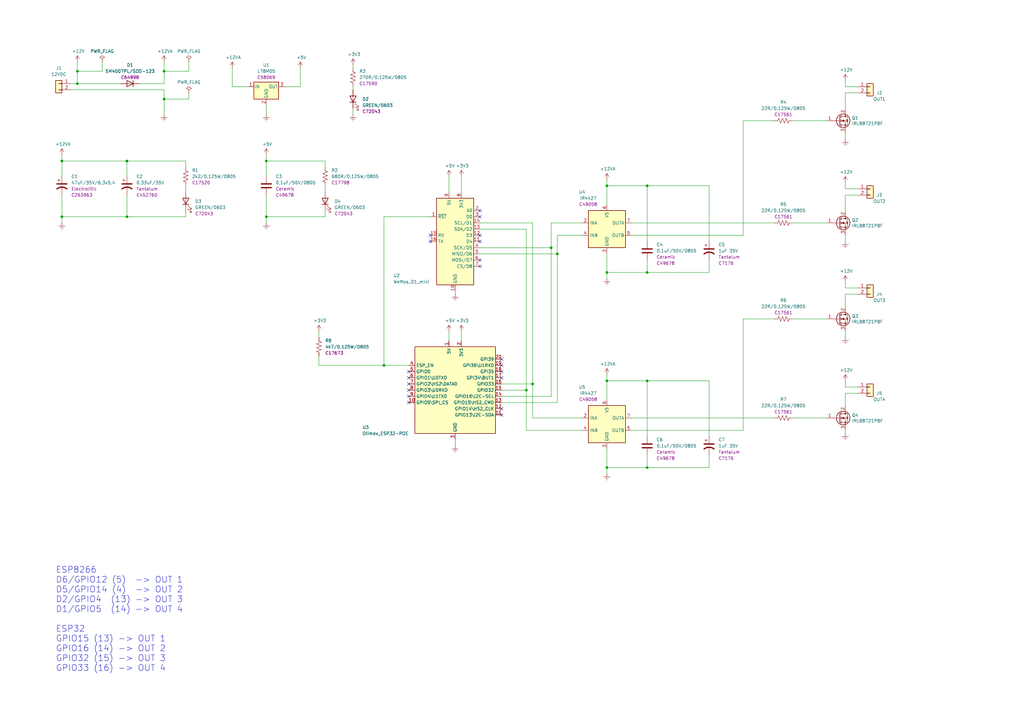
<source format=kicad_sch>
(kicad_sch (version 20230121) (generator eeschema)
  (paper "A3")
  (title_block (title "ESP 4 PWM Module") (date "2022-03-06") (rev "2"))
  (lib_symbols
    (symbol "Connector_Generic:Conn_01x02" (pin_names (offset 1.016) hide)
      (property "Reference" "J" (at 0 2.54 0))
      (property "Value" "Conn_01x02" (at 0 -5.08 0))
      (symbol "Conn_01x02_1_1"
        (rectangle (start -1.27 -2.413) (end 0 -2.667) (stroke (width 0.1524)))
        (rectangle (start -1.27 0.127) (end 0 -0.127) (stroke (width 0.1524)))
        (rectangle (start -1.27 1.27) (end 1.27 -3.81) (stroke (width 0.254)) (fill (type background)))
        (pin passive line (at -5.08 0 0) (length 3.81) (name "Pin_1") (number "1"))
        (pin passive line (at -5.08 -2.54 0) (length 3.81) (name "Pin_2") (number "2"))
      )
    )
    (symbol "Device:C" (pin_numbers hide) (pin_names (offset 0.254))
      (property "Reference" "C" (at 0.635 2.54 0))
      (property "Value" "C" (at 0.635 -2.54 0))
      (symbol "C_0_1"
        (polyline (pts (xy -2.032 -0.762) (xy 2.032 -0.762)) (stroke (width 0.508)))
        (polyline (pts (xy -2.032 0.762) (xy 2.032 0.762)) (stroke (width 0.508)))
      )
      (symbol "C_1_1"
        (pin passive line (at 0 3.81 270) (length 2.794) (name "~") (number "1"))
        (pin passive line (at 0 -3.81 90) (length 2.794) (name "~") (number "2"))
      )
    )
    (symbol "Device:C_Polarized_US" (pin_numbers hide) (pin_names (offset 0.254) hide)
      (property "Reference" "C" (at 0.635 2.54 0))
      (property "Value" "C_Polarized_US" (at 0.635 -2.54 0))
      (symbol "C_Polarized_US_0_1"
        (polyline (pts (xy -2.032 0.762) (xy 2.032 0.762)) (stroke (width 0.508)))
        (polyline (pts (xy -1.778 2.286) (xy -0.762 2.286)))
        (polyline (pts (xy -1.27 1.778) (xy -1.27 2.794)))
        (arc (start 2.032 -1.27) (mid 0 -0.5572) (end -2.032 -1.27) (stroke (width 0.508)))
      )
      (symbol "C_Polarized_US_1_1"
        (pin passive line (at 0 3.81 270) (length 2.794) (name "~") (number "1"))
        (pin passive line (at 0 -3.81 90) (length 3.302) (name "~") (number "2"))
      )
    )
    (symbol "Device:D" (pin_numbers hide) (pin_names (offset 1.016) hide)
      (property "Reference" "D" (at 0 2.54 0))
      (property "Value" "D" (at 0 -2.54 0))
      (symbol "D_0_1"
        (polyline (pts (xy -1.27 1.27) (xy -1.27 -1.27)) (stroke (width 0.254)))
        (polyline (pts (xy 1.27 0) (xy -1.27 0)))
        (polyline (pts (xy 1.27 1.27) (xy 1.27 -1.27) (xy -1.27 0) (xy 1.27 1.27)) (stroke (width 0.254)))
      )
      (symbol "D_1_1"
        (pin passive line (at -3.81 0 0) (length 2.54) (name "K") (number "1"))
        (pin passive line (at 3.81 0 180) (length 2.54) (name "A") (number "2"))
      )
    )
    (symbol "Device:LED" (pin_numbers hide) (pin_names (offset 1.016) hide)
      (property "Reference" "D" (at 0 2.54 0))
      (property "Value" "LED" (at 0 -2.54 0))
      (symbol "LED_0_1"
        (polyline (pts (xy -1.27 -1.27) (xy -1.27 1.27)) (stroke (width 0.254)))
        (polyline (pts (xy -1.27 0) (xy 1.27 0)))
        (polyline (pts (xy 1.27 -1.27) (xy 1.27 1.27) (xy -1.27 0) (xy 1.27 -1.27)) (stroke (width 0.254)))
        (polyline (pts (xy -3.048 -0.762) (xy -4.572 -2.286) (xy -3.81 -2.286) (xy -4.572 -2.286) (xy -4.572 -1.524)))
        (polyline (pts (xy -1.778 -0.762) (xy -3.302 -2.286) (xy -2.54 -2.286) (xy -3.302 -2.286) (xy -3.302 -1.524)))
      )
      (symbol "LED_1_1"
        (pin passive line (at -3.81 0 0) (length 2.54) (name "K") (number "1"))
        (pin passive line (at 3.81 0 180) (length 2.54) (name "A") (number "2"))
      )
    )
    (symbol "Device:R_US" (pin_numbers hide) (pin_names (offset 0))
      (property "Reference" "R" (at 2.54 0 90))
      (property "Value" "R_US" (at -2.54 0 90))
      (symbol "R_US_0_1"
        (polyline (pts (xy 0 -2.286) (xy 0 -2.54)))
        (polyline (pts (xy 0 2.286) (xy 0 2.54)))
        (polyline (pts (xy 0 -0.762) (xy 1.016 -1.143) (xy 0 -1.524) (xy -1.016 -1.905) (xy 0 -2.286)))
        (polyline (pts (xy 0 0.762) (xy 1.016 0.381) (xy 0 0) (xy -1.016 -0.381) (xy 0 -0.762)))
        (polyline (pts (xy 0 2.286) (xy 1.016 1.905) (xy 0 1.524) (xy -1.016 1.143) (xy 0 0.762)))
      )
      (symbol "R_US_1_1"
        (pin passive line (at 0 3.81 270) (length 1.27) (name "~") (number "1"))
        (pin passive line (at 0 -3.81 90) (length 1.27) (name "~") (number "2"))
      )
    )
    (symbol "MCU_Module:WeMos_D1_mini"
      (property "Reference" "U" (at 3.81 19.05 0))
      (property "Value" "WeMos_D1_mini" (at 1.27 -19.05 0))
      (symbol "WeMos_D1_mini_1_1"
        (rectangle (start -7.62 17.78) (end 7.62 -17.78) (stroke (width 0.254)) (fill (type background)))
        (pin input line (at -10.16 10.16 0) (length 2.54) (name "~{RST}") (number "1"))
        (pin power_in line (at 0 -20.32 90) (length 2.54) (name "GND") (number "10"))
        (pin bidirectional line (at 10.16 0 180) (length 2.54) (name "D4") (number "11"))
        (pin bidirectional line (at 10.16 2.54 180) (length 2.54) (name "D3") (number "12"))
        (pin bidirectional line (at 10.16 5.08 180) (length 2.54) (name "SDA/D2") (number "13"))
        (pin bidirectional line (at 10.16 7.62 180) (length 2.54) (name "SCL/D1") (number "14"))
        (pin input line (at -10.16 2.54 0) (length 2.54) (name "RX") (number "15"))
        (pin output line (at -10.16 0 0) (length 2.54) (name "TX") (number "16"))
        (pin input line (at 10.16 12.7 180) (length 2.54) (name "A0") (number "2"))
        (pin bidirectional line (at 10.16 10.16 180) (length 2.54) (name "D0") (number "3"))
        (pin bidirectional line (at 10.16 -2.54 180) (length 2.54) (name "SCK/D5") (number "4"))
        (pin bidirectional line (at 10.16 -5.08 180) (length 2.54) (name "MISO/D6") (number "5"))
        (pin bidirectional line (at 10.16 -7.62 180) (length 2.54) (name "MOSI/D7") (number "6"))
        (pin bidirectional line (at 10.16 -10.16 180) (length 2.54) (name "CS/D8") (number "7"))
        (pin power_out line (at 2.54 20.32 270) (length 2.54) (name "3V3") (number "8"))
        (pin power_in line (at -2.54 20.32 270) (length 2.54) (name "5V") (number "9"))
      )
    )
    (symbol "Regulator_Linear:L7805" (pin_names (offset 0.254))
      (property "Reference" "U" (at -3.81 3.175 0))
      (property "Value" "L7805" (at 0 3.175 0))
      (symbol "L7805_0_1"
        (rectangle (start -5.08 1.905) (end 5.08 -5.08) (stroke (width 0.254)) (fill (type background)))
      )
      (symbol "L7805_1_1"
        (pin power_in line (at -7.62 0 0) (length 2.54) (name "IN") (number "1"))
        (pin power_in line (at 0 -7.62 90) (length 2.54) (name "GND") (number "2"))
        (pin power_out line (at 7.62 0 180) (length 2.54) (name "OUT") (number "3"))
      )
    )
    (symbol "Tales:IR4427"
      (property "Reference" "U" (at -7.62 8.89 0))
      (property "Value" "IR4427" (at 1.27 8.89 0))
      (symbol "IR4427_0_1"
        (rectangle (start -7.62 -7.62) (end 7.62 7.62) (stroke (width 0.254)) (fill (type background)))
      )
      (symbol "IR4427_1_1"
        (pin no_connect line (at -7.62 0 0) (length 2.54) hide (name "NC") (number "1"))
        (pin input line (at -10.16 2.54 0) (length 2.54) (name "INA") (number "2"))
        (pin power_in line (at 0 -10.16 90) (length 2.54) (name "GND") (number "3"))
        (pin input line (at -10.16 -2.54 0) (length 2.54) (name "INB") (number "4"))
        (pin output line (at 10.16 -2.54 180) (length 2.54) (name "OUTB") (number "5"))
        (pin power_in line (at 0 10.16 270) (length 2.54) (name "VS") (number "6"))
        (pin output line (at 10.16 2.54 180) (length 2.54) (name "OUTA") (number "7"))
        (pin no_connect line (at 7.62 0 180) (length 2.54) hide (name "NC") (number "8"))
      )
    )
    (symbol "Tales:Olimex_ESP32-POE"
      (property "Reference" "U" (at 5.08 19.05 0))
      (property "Value" "Olimex_ESP32-POE" (at 5.08 -19.05 0))
      (symbol "Olimex_ESP32-POE_1_1"
        (rectangle (start -16.51 17.78) (end 16.51 -17.78) (stroke (width 0.254)) (fill (type background)))
        (pin power_in line (at -2.54 20.32 270) (length 2.54) (name "5V") (number "1"))
        (pin bidirectional line (at -19.05 -5.08 0) (length 2.54) (name "GPIO5\\SPI_CS") (number "10"))
        (pin bidirectional line (at 19.05 -10.16 180) (length 2.54) (name "GPIO13\\I2C-SDA") (number "11"))
        (pin bidirectional line (at 19.05 -7.62 180) (length 2.54) (name "GPIO14\\HS2_CLK") (number "12"))
        (pin bidirectional line (at 19.05 -5.08 180) (length 2.54) (name "GPIO15\\HS2_CMD") (number "13"))
        (pin bidirectional line (at 19.05 -2.54 180) (length 2.54) (name "GPIO16\\I2C-SCL") (number "14"))
        (pin bidirectional line (at 19.05 0 180) (length 2.54) (name "GPIO32") (number "15"))
        (pin bidirectional line (at 19.05 2.54 180) (length 2.54) (name "GPIO33") (number "16"))
        (pin input line (at 19.05 5.08 180) (length 2.54) (name "GPI34\\BUT1") (number "17"))
        (pin input line (at 19.05 7.62 180) (length 2.54) (name "GPI35") (number "18"))
        (pin input line (at 19.05 10.16 180) (length 2.54) (name "GPI36\\U1RXD") (number "19"))
        (pin power_out line (at 2.54 20.32 270) (length 2.54) (name "3V3") (number "2"))
        (pin input line (at 19.05 12.7 180) (length 2.54) (name "GPI39") (number "20"))
        (pin power_in line (at 0 -20.32 90) (length 2.54) (name "GND") (number "3"))
        (pin input line (at -19.05 10.16 0) (length 2.54) (name "ESP_EN") (number "4"))
        (pin bidirectional line (at -19.05 7.62 0) (length 2.54) (name "GPIO0") (number "5"))
        (pin bidirectional line (at -19.05 5.08 0) (length 2.54) (name "GPIO1\\U0TXD") (number "6"))
        (pin bidirectional line (at -19.05 2.54 0) (length 2.54) (name "GPIO2\\HS2\\DATA0") (number "7"))
        (pin bidirectional line (at -19.05 0 0) (length 2.54) (name "GPIO3\\U0RXD") (number "8"))
        (pin bidirectional line (at -19.05 -2.54 0) (length 2.54) (name "GPIO4\\U1TXD") (number "9"))
      )
    )
    (symbol "Transistor_FET:IRLB8721PBF" (pin_names hide)
      (property "Reference" "Q" (at 6.35 1.905 0))
      (property "Value" "IRLB8721PBF" (at 6.35 0 0))
      (symbol "IRLB8721PBF_0_1"
        (polyline (pts (xy 0.254 0) (xy -2.54 0)))
        (polyline (pts (xy 0.254 1.905) (xy 0.254 -1.905)) (stroke (width 0.254)))
        (polyline (pts (xy 0.762 -1.27) (xy 0.762 -2.286)) (stroke (width 0.254)))
        (polyline (pts (xy 0.762 0.508) (xy 0.762 -0.508)) (stroke (width 0.254)))
        (polyline (pts (xy 0.762 2.286) (xy 0.762 1.27)) (stroke (width 0.254)))
        (polyline (pts (xy 2.54 2.54) (xy 2.54 1.778)))
        (polyline (pts (xy 2.54 -2.54) (xy 2.54 0) (xy 0.762 0)))
        (polyline (pts (xy 0.762 -1.778) (xy 3.302 -1.778) (xy 3.302 1.778) (xy 0.762 1.778)))
        (polyline (pts (xy 1.016 0) (xy 2.032 0.381) (xy 2.032 -0.381) (xy 1.016 0)) (fill (type outline)))
        (polyline (pts (xy 2.794 0.508) (xy 2.921 0.381) (xy 3.683 0.381) (xy 3.81 0.254)))
        (polyline (pts (xy 3.302 0.381) (xy 2.921 -0.254) (xy 3.683 -0.254) (xy 3.302 0.381)))
        (circle (center 1.651 0) (radius 2.794) (stroke (width 0.254)))
        (circle (center 2.54 -1.778) (radius 0.254) (fill (type outline)))
        (circle (center 2.54 1.778) (radius 0.254) (fill (type outline)))
      )
      (symbol "IRLB8721PBF_1_1"
        (pin input line (at -5.08 0 0) (length 2.54) (name "G") (number "1"))
        (pin passive line (at 2.54 5.08 270) (length 2.54) (name "D") (number "2"))
        (pin passive line (at 2.54 -5.08 90) (length 2.54) (name "S") (number "3"))
      )
    )
    (symbol "power:+12V" (power) (pin_names (offset 0))
      (property "Value" "+12V" (at 0 3.556 0))
      (symbol "+12V_0_1"
        (polyline (pts (xy -0.762 1.27) (xy 0 2.54)))
        (polyline (pts (xy 0 0) (xy 0 2.54)))
        (polyline (pts (xy 0 2.54) (xy 0.762 1.27)))
      )
      (symbol "+12V_1_1"
        (pin power_in line (at 0 0 90) (length 0) hide (name "+12V") (number "1"))
      )
    )
    (symbol "power:+12VA" (power) (pin_names (offset 0))
      (property "Value" "+12VA" (at 0 3.556 0))
      (symbol "+12VA_0_1"
        (polyline (pts (xy -0.762 1.27) (xy 0 2.54)))
        (polyline (pts (xy 0 0) (xy 0 2.54)))
        (polyline (pts (xy 0 2.54) (xy 0.762 1.27)))
      )
      (symbol "+12VA_1_1"
        (pin power_in line (at 0 0 90) (length 0) hide (name "+12VA") (number "1"))
      )
    )
    (symbol "power:+3.3V" (power) (pin_names (offset 0))
      (property "Value" "+3.3V" (at 0 3.556 0))
      (symbol "+3.3V_0_1"
        (polyline (pts (xy -0.762 1.27) (xy 0 2.54)))
        (polyline (pts (xy 0 0) (xy 0 2.54)))
        (polyline (pts (xy 0 2.54) (xy 0.762 1.27)))
      )
      (symbol "+3.3V_1_1"
        (pin power_in line (at 0 0 90) (length 0) hide (name "+3V3") (number "1"))
      )
    )
    (symbol "power:+5V" (power) (pin_names (offset 0))
      (property "Value" "+5V" (at 0 3.556 0))
      (symbol "+5V_0_1"
        (polyline (pts (xy -0.762 1.27) (xy 0 2.54)))
        (polyline (pts (xy 0 0) (xy 0 2.54)))
        (polyline (pts (xy 0 2.54) (xy 0.762 1.27)))
      )
      (symbol "+5V_1_1"
        (pin power_in line (at 0 0 90) (length 0) hide (name "+5V") (number "1"))
      )
    )
    (symbol "power:GNDREF" (power) (pin_names (offset 0))
      (property "Value" "GNDREF" (at 0 -3.81 0))
      (symbol "GNDREF_0_1"
        (polyline (pts (xy -0.635 -1.905) (xy 0.635 -1.905)))
        (polyline (pts (xy -0.127 -2.54) (xy 0.127 -2.54)))
        (polyline (pts (xy 0 -1.27) (xy 0 0)))
        (polyline (pts (xy 1.27 -1.27) (xy -1.27 -1.27)))
      )
      (symbol "GNDREF_1_1"
        (pin power_in line (at 0 0 270) (length 0) hide (name "GNDREF") (number "1"))
      )
    )
    (symbol "power:PWR_FLAG" (power) (pin_numbers hide) (pin_names (offset 0) hide)
      (property "Value" "PWR_FLAG" (at 0 3.81 0))
      (symbol "PWR_FLAG_0_0"
        (pin power_out line (at 0 0 90) (length 0) (name "pwr") (number "1"))
      )
      (symbol "PWR_FLAG_0_1"
        (polyline (pts (xy 0 0) (xy 0 1.27) (xy -1.016 1.905) (xy 0 2.54) (xy 1.016 1.905) (xy 0 1.27)))
      )
    )
  )
  (junction (at 265.43 156.21))
  (junction (at 31.75 29.21))
  (junction (at 248.92 111.76))
  (junction (at 25.4 66.04))
  (junction (at 248.92 191.77))
  (junction (at 52.07 66.04))
  (junction (at 157.48 149.86))
  (junction (at 215.9 160.02))
  (junction (at 25.4 88.9))
  (junction (at 218.44 157.48))
  (junction (at 109.22 66.04))
  (junction (at 52.07 88.9))
  (junction (at 265.43 111.76))
  (junction (at 67.31 29.21))
  (junction (at 67.31 40.64))
  (junction (at 265.43 76.2))
  (junction (at 228.6 104.14))
  (junction (at 31.75 34.29))
  (junction (at 109.22 88.9))
  (junction (at 226.06 101.6))
  (junction (at 265.43 191.77))
  (junction (at 248.92 156.21))
  (junction (at 248.92 76.2))
  (no_connect (at 205.74 170.18))
  (no_connect (at 167.64 160.02))
  (no_connect (at 205.74 147.32))
  (no_connect (at 196.85 99.06))
  (no_connect (at 167.64 152.4))
  (no_connect (at 176.53 99.06))
  (no_connect (at 205.74 152.4))
  (no_connect (at 196.85 109.22))
  (no_connect (at 196.85 106.68))
  (no_connect (at 196.85 96.52))
  (no_connect (at 205.74 154.94))
  (no_connect (at 205.74 149.86))
  (no_connect (at 167.64 157.48))
  (no_connect (at 196.85 86.36))
  (no_connect (at 176.53 96.52))
  (no_connect (at 167.64 162.56))
  (no_connect (at 196.85 88.9))
  (no_connect (at 167.64 165.1))
  (no_connect (at 167.64 154.94))
  (no_connect (at 205.74 167.64))
  (wire (pts (xy 228.6 104.14) (xy 228.6 96.52)))
  (wire (pts (xy 109.22 43.18) (xy 109.22 46.99)))
  (wire (pts (xy 95.25 27.94) (xy 95.25 35.56)))
  (wire (pts (xy 248.92 73.66) (xy 248.92 76.2)))
  (wire (pts (xy 25.4 66.04) (xy 25.4 72.39)))
  (wire (pts (xy 215.9 176.53) (xy 238.76 176.53)))
  (wire (pts (xy 25.4 63.5) (xy 25.4 66.04)))
  (wire (pts (xy 304.8 130.81) (xy 304.8 176.53)))
  (wire (pts (xy 67.31 36.83) (xy 67.31 40.64)))
  (wire (pts (xy 346.71 96.52) (xy 346.71 99.06)))
  (wire (pts (xy 144.78 44.45) (xy 144.78 46.99)))
  (wire (pts (xy 25.4 88.9) (xy 25.4 80.01)))
  (wire (pts (xy 248.92 76.2) (xy 248.92 83.82)))
  (wire (pts (xy 265.43 111.76) (xy 248.92 111.76)))
  (wire (pts (xy 52.07 88.9) (xy 25.4 88.9)))
  (wire (pts (xy 351.79 120.65) (xy 346.71 120.65)))
  (wire (pts (xy 176.53 88.9) (xy 157.48 88.9)))
  (wire (pts (xy 218.44 157.48) (xy 218.44 171.45)))
  (wire (pts (xy 290.83 179.07) (xy 290.83 156.21)))
  (wire (pts (xy 186.69 182.88) (xy 186.69 180.34)))
  (wire (pts (xy 259.08 171.45) (xy 317.5 171.45)))
  (wire (pts (xy 123.19 27.94) (xy 123.19 35.56)))
  (wire (pts (xy 205.74 160.02) (xy 215.9 160.02)))
  (wire (pts (xy 76.2 66.04) (xy 52.07 66.04)))
  (wire (pts (xy 130.81 146.05) (xy 130.81 149.86)))
  (wire (pts (xy 116.84 35.56) (xy 123.19 35.56)))
  (wire (pts (xy 76.2 88.9) (xy 52.07 88.9)))
  (wire (pts (xy 218.44 91.44) (xy 218.44 157.48)))
  (wire (pts (xy 41.91 29.21) (xy 41.91 25.4)))
  (wire (pts (xy 290.83 76.2) (xy 265.43 76.2)))
  (wire (pts (xy 205.74 162.56) (xy 226.06 162.56)))
  (wire (pts (xy 189.23 135.89) (xy 189.23 139.7)))
  (wire (pts (xy 133.35 86.36) (xy 133.35 88.9)))
  (wire (pts (xy 325.12 171.45) (xy 339.09 171.45)))
  (wire (pts (xy 248.92 194.31) (xy 248.92 191.77)))
  (wire (pts (xy 290.83 156.21) (xy 265.43 156.21)))
  (wire (pts (xy 218.44 171.45) (xy 238.76 171.45)))
  (wire (pts (xy 77.47 25.4) (xy 77.47 29.21)))
  (wire (pts (xy 109.22 63.5) (xy 109.22 66.04)))
  (wire (pts (xy 351.79 158.75) (xy 346.71 158.75)))
  (wire (pts (xy 144.78 26.67) (xy 144.78 27.94)))
  (wire (pts (xy 157.48 149.86) (xy 167.64 149.86)))
  (wire (pts (xy 133.35 68.58) (xy 133.35 66.04)))
  (wire (pts (xy 265.43 156.21) (xy 248.92 156.21)))
  (wire (pts (xy 31.75 34.29) (xy 49.53 34.29)))
  (wire (pts (xy 248.92 156.21) (xy 248.92 153.67)))
  (wire (pts (xy 76.2 86.36) (xy 76.2 88.9)))
  (wire (pts (xy 265.43 186.69) (xy 265.43 191.77)))
  (wire (pts (xy 346.71 158.75) (xy 346.71 156.21)))
  (wire (pts (xy 228.6 165.1) (xy 228.6 104.14)))
  (wire (pts (xy 31.75 29.21) (xy 31.75 34.29)))
  (wire (pts (xy 196.85 93.98) (xy 215.9 93.98)))
  (wire (pts (xy 265.43 179.07) (xy 265.43 156.21)))
  (wire (pts (xy 76.2 68.58) (xy 76.2 66.04)))
  (wire (pts (xy 215.9 93.98) (xy 215.9 160.02)))
  (wire (pts (xy 184.15 135.89) (xy 184.15 139.7)))
  (wire (pts (xy 346.71 38.1) (xy 346.71 44.45)))
  (wire (pts (xy 346.71 80.01) (xy 346.71 86.36)))
  (wire (pts (xy 130.81 135.89) (xy 130.81 138.43)))
  (wire (pts (xy 248.92 111.76) (xy 248.92 104.14)))
  (wire (pts (xy 133.35 88.9) (xy 109.22 88.9)))
  (wire (pts (xy 317.5 130.81) (xy 304.8 130.81)))
  (wire (pts (xy 157.48 88.9) (xy 157.48 149.86)))
  (wire (pts (xy 67.31 34.29) (xy 67.31 29.21)))
  (wire (pts (xy 351.79 80.01) (xy 346.71 80.01)))
  (wire (pts (xy 184.15 72.39) (xy 184.15 78.74)))
  (wire (pts (xy 351.79 161.29) (xy 346.71 161.29)))
  (wire (pts (xy 317.5 91.44) (xy 259.08 91.44)))
  (wire (pts (xy 304.8 176.53) (xy 259.08 176.53)))
  (wire (pts (xy 196.85 101.6) (xy 226.06 101.6)))
  (wire (pts (xy 196.85 91.44) (xy 218.44 91.44)))
  (wire (pts (xy 346.71 77.47) (xy 346.71 74.93)))
  (wire (pts (xy 130.81 149.86) (xy 157.48 149.86)))
  (wire (pts (xy 29.21 34.29) (xy 31.75 34.29)))
  (wire (pts (xy 205.74 157.48) (xy 218.44 157.48)))
  (wire (pts (xy 290.83 186.69) (xy 290.83 191.77)))
  (wire (pts (xy 109.22 80.01) (xy 109.22 88.9)))
  (wire (pts (xy 290.83 106.68) (xy 290.83 111.76)))
  (wire (pts (xy 346.71 35.56) (xy 346.71 33.02)))
  (wire (pts (xy 109.22 91.44) (xy 109.22 88.9)))
  (wire (pts (xy 29.21 36.83) (xy 67.31 36.83)))
  (wire (pts (xy 31.75 29.21) (xy 41.91 29.21)))
  (wire (pts (xy 290.83 99.06) (xy 290.83 76.2)))
  (wire (pts (xy 265.43 191.77) (xy 248.92 191.77)))
  (wire (pts (xy 226.06 91.44) (xy 238.76 91.44)))
  (wire (pts (xy 109.22 72.39) (xy 109.22 66.04)))
  (wire (pts (xy 52.07 72.39) (xy 52.07 66.04)))
  (wire (pts (xy 226.06 162.56) (xy 226.06 101.6)))
  (wire (pts (xy 351.79 38.1) (xy 346.71 38.1)))
  (wire (pts (xy 351.79 77.47) (xy 346.71 77.47)))
  (wire (pts (xy 290.83 191.77) (xy 265.43 191.77)))
  (wire (pts (xy 77.47 38.1) (xy 77.47 40.64)))
  (wire (pts (xy 31.75 25.4) (xy 31.75 29.21)))
  (wire (pts (xy 144.78 36.83) (xy 144.78 35.56)))
  (wire (pts (xy 325.12 49.53) (xy 339.09 49.53)))
  (wire (pts (xy 265.43 76.2) (xy 248.92 76.2)))
  (wire (pts (xy 95.25 35.56) (xy 101.6 35.56)))
  (wire (pts (xy 325.12 91.44) (xy 339.09 91.44)))
  (wire (pts (xy 228.6 96.52) (xy 238.76 96.52)))
  (wire (pts (xy 77.47 29.21) (xy 67.31 29.21)))
  (wire (pts (xy 265.43 99.06) (xy 265.43 76.2)))
  (wire (pts (xy 76.2 78.74) (xy 76.2 76.2)))
  (wire (pts (xy 52.07 66.04) (xy 25.4 66.04)))
  (wire (pts (xy 67.31 29.21) (xy 67.31 25.4)))
  (wire (pts (xy 265.43 106.68) (xy 265.43 111.76)))
  (wire (pts (xy 304.8 96.52) (xy 259.08 96.52)))
  (wire (pts (xy 325.12 130.81) (xy 339.09 130.81)))
  (wire (pts (xy 57.15 34.29) (xy 67.31 34.29)))
  (wire (pts (xy 346.71 54.61) (xy 346.71 57.15)))
  (wire (pts (xy 196.85 104.14) (xy 228.6 104.14)))
  (wire (pts (xy 226.06 101.6) (xy 226.06 91.44)))
  (wire (pts (xy 346.71 135.89) (xy 346.71 138.43)))
  (wire (pts (xy 67.31 40.64) (xy 67.31 46.99)))
  (wire (pts (xy 248.92 191.77) (xy 248.92 184.15)))
  (wire (pts (xy 215.9 160.02) (xy 215.9 176.53)))
  (wire (pts (xy 248.92 163.83) (xy 248.92 156.21)))
  (wire (pts (xy 189.23 72.39) (xy 189.23 78.74)))
  (wire (pts (xy 346.71 176.53) (xy 346.71 177.8)))
  (wire (pts (xy 186.69 119.38) (xy 186.69 120.65)))
  (wire (pts (xy 133.35 78.74) (xy 133.35 76.2)))
  (wire (pts (xy 351.79 118.11) (xy 346.71 118.11)))
  (wire (pts (xy 346.71 118.11) (xy 346.71 115.57)))
  (wire (pts (xy 52.07 80.01) (xy 52.07 88.9)))
  (wire (pts (xy 304.8 49.53) (xy 304.8 96.52)))
  (wire (pts (xy 133.35 66.04) (xy 109.22 66.04)))
  (wire (pts (xy 351.79 35.56) (xy 346.71 35.56)))
  (wire (pts (xy 290.83 111.76) (xy 265.43 111.76)))
  (wire (pts (xy 25.4 91.44) (xy 25.4 88.9)))
  (wire (pts (xy 304.8 49.53) (xy 317.5 49.53)))
  (wire (pts (xy 346.71 120.65) (xy 346.71 125.73)))
  (wire (pts (xy 248.92 114.3) (xy 248.92 111.76)))
  (wire (pts (xy 77.47 40.64) (xy 67.31 40.64)))
  (wire (pts (xy 346.71 161.29) (xy 346.71 166.37)))
  (wire (pts (xy 205.74 165.1) (xy 228.6 165.1)))
  (text "ESP8266\nD6/GPIO12 (5)  -> OUT 1\nD5/GPIO14 (4)  -> OUT 2\nD2/GPIO4  (13) -> OUT 3\nD1/GPIO5  (14) -> OUT 4\n\nESP32\nGPIO15 (13) -> OUT 1\nGPIO16 (14) -> OUT 2\nGPIO32 (15) -> OUT 3\nGPIO33 (16) -> OUT 4" (at 22.86 275.59 0) (effects (font (size 2.5 2.5)) (justify left bottom)))
  (symbol (lib_id "Device:R_US") (at 76.2 72.39 0) (unit 1)
    (property "Reference" "R1" (at 78.74 69.85 0) (effects (justify left)))
    (property "Value" "2k2/0,125W/0805" (at 78.74 72.39 0) (effects (justify left)))
    (property "Footprint" "Tales:R_0805_2012Metric" (effects hide))
    (property "Case" "0805/2012" (effects hide))
    (property "Mfr" "Uniroyal" (effects hide))
    (property "Mfr PN" "0805W8F2201T5E" (effects hide))
    (property "Vendor" "JLCPCB" (effects hide))
    (property "Vendor PN" "C17520" (effects hide))
    (property "JLCPCB BOM" "1" (effects hide))
    (property "LCSC Part" "C17520" (at 78.74 74.93 0) (effects (justify left)))
  )
  (symbol (lib_id "Device:D") (at 53.34 34.29 180) (unit 1)
    (property "Reference" "D1" (at 53.34 26.67 0))
    (property "Value" "SM4007PL/SOD-123" (at 53.34 29.21 0))
    (property "Footprint" "Tales:D_SOD-123" (effects hide))
    (property "Case" "SOD-123FL" (effects hide))
    (property "Mfr" "MDD" (effects hide))
    (property "Mfr PN" "SM4007PL" (effects hide))
    (property "Vendor" "JLCPCB" (effects hide))
    (property "Vendor PN" "C64898" (effects hide))
    (property "JLCPCB BOM" "1" (effects hide))
    (property "LCSC Part" "C64898" (at 53.34 31.75 0))
  )
  (symbol (lib_id "Regulator_Linear:L7805") (at 109.22 35.56 0) (unit 1)
    (property "Reference" "U1" (at 109.22 26.67 0))
    (property "Value" "L78M05" (at 109.22 29.21 0))
    (property "Footprint" "Tales:TO-252-2" (effects hide))
    (property "Datasheet" "http://www.st.com/content/ccc/resource/technical/document/datasheet/41/4f/b3/b0/12/d4/47/88/CD00000444.pdf/files/CD00000444.pdf/jcr:content/translations/en.CD00000444.pdf" (effects hide))
    (property "Case" "TO-252" (effects hide))
    (property "Mfr" "ST Microelectronics" (effects hide))
    (property "Mfr PN" "L78M05ABDT-TR" (effects hide))
    (property "Vendor" "JLCPCB" (effects hide))
    (property "Vendor PN" "C58069" (effects hide))
    (property "JLCPCB BOM" "1" (effects hide))
    (property "LCSC Part" "C58069" (at 109.22 31.75 0))
  )
  (symbol (lib_id "power:PWR_FLAG") (at 77.47 25.4 0) (unit 1)
    (property "Reference" "#FLG0101" (effects hide))
    (property "Value" "PWR_FLAG" (at 77.47 21.0058 0))
  )
  (symbol (lib_id "power:GNDREF") (at 186.69 120.65 0) (unit 1)
    (property "Reference" "#PWR0105" (effects hide))
    (property "Value" "GNDREF" (effects hide))
  )
  (symbol (lib_id "Device:LED") (at 76.2 82.55 90) (unit 1)
    (property "Reference" "D3" (at 80.01 82.55 90) (effects (justify right)))
    (property "Value" "GREEN/0603" (at 80.01 85.09 90) (effects (justify right)))
    (property "Footprint" "Tales:LED_0603_1608Metric" (effects hide))
    (property "Case" "0603" (effects hide))
    (property "Mfr" "Everlight" (effects hide))
    (property "Mfr PN" "19-217/GHC-YR1S2/3T" (effects hide))
    (property "Vendor" "JLCPCB" (effects hide))
    (property "Vendor PN" "C72043" (effects hide))
    (property "JLCPCB BOM" "1" (effects hide))
    (property "LCSC Part" "C72043" (at 80.01 87.63 90) (effects (justify right)))
  )
  (symbol (lib_id "Connector_Generic:Conn_01x02") (at 356.87 35.56 0) (unit 1)
    (property "Reference" "J2" (at 360.68 38.1 0))
    (property "Value" "OUT1" (at 360.68 40.64 0))
    (property "Footprint" "Tales:TerminalBlock_Phoenix_MKDS-3-2-5.08_1x02_P5.08mm_Horizontal" (effects hide))
    (property "Mfr" "Metaltex" (effects hide))
    (property "Vendor" "Eletropecas" (effects hide))
    (property "Mfr PN" "BR902V" (effects hide))
    (property "Vendor PN" "29273" (effects hide))
    (property "JLCPCB BOM" "0" (effects hide))
  )
  (symbol (lib_id "Device:R_US") (at 133.35 72.39 0) (unit 1)
    (property "Reference" "R2" (at 135.89 69.85 0) (effects (justify left)))
    (property "Value" "680R/0,125W/0805" (at 135.89 72.39 0) (effects (justify left)))
    (property "Footprint" "Tales:R_0805_2012Metric" (effects hide))
    (property "Case" "0805/2012" (effects hide))
    (property "Mfr" "Uniroyal" (effects hide))
    (property "Mfr PN" "0805W8F6800T5E" (effects hide))
    (property "Vendor" "JLCPCB" (effects hide))
    (property "Vendor PN" "C17798" (effects hide))
    (property "JLCPCB BOM" "1" (effects hide))
    (property "LCSC Part" "C17798" (at 135.89 74.93 0) (effects (justify left)))
  )
  (symbol (lib_id "power:+5V") (at 109.22 63.5 0) (unit 1)
    (property "Reference" "#PWR0123" (effects hide))
    (property "Value" "+5V" (at 109.601 59.1058 0))
  )
  (symbol (lib_id "power:+3.3V") (at 144.78 26.67 0) (unit 1)
    (property "Reference" "#PWR0124" (effects hide))
    (property "Value" "+3.3V" (at 145.161 22.2758 0))
  )
  (symbol (lib_id "power:GNDREF") (at 109.22 91.44 0) (unit 1)
    (property "Reference" "#PWR0125" (effects hide))
    (property "Value" "GNDREF" (effects hide))
  )
  (symbol (lib_id "power:GNDREF") (at 144.78 46.99 0) (unit 1)
    (property "Reference" "#PWR0126" (effects hide))
    (property "Value" "GNDREF" (effects hide))
  )
  (symbol (lib_id "power:PWR_FLAG") (at 77.47 38.1 0) (unit 1)
    (property "Reference" "#FLG0102" (effects hide))
    (property "Value" "PWR_FLAG" (at 77.47 33.7058 0))
  )
  (symbol (lib_id "power:+12VA") (at 248.92 73.66 0) (unit 1)
    (property "Reference" "#PWR0101" (effects hide))
    (property "Value" "+12VA" (at 249.301 69.2658 0))
  )
  (symbol (lib_id "power:+12VA") (at 248.92 153.67 0) (unit 1)
    (property "Reference" "#PWR0111" (effects hide))
    (property "Value" "+12VA" (at 249.301 149.2758 0))
  )
  (symbol (lib_id "Tales:Olimex_ESP32-POE") (at 186.69 160.02 0) (unit 1)
    (property "Reference" "U3" (at 148.59 175.26 0) (effects (justify left)))
    (property "Value" "Olimex_ESP32-POE" (at 148.59 177.8 0) (effects (justify left)))
    (property "Footprint" "Tales:Olimex_ESP32-POE_Pads" (effects hide))
    (property "Mfr" "Olimex" (effects hide))
    (property "Mfr PN" "ESP32-POE" (effects hide))
    (property "Vendor" "Mouser" (effects hide))
    (property "Vendor PN" "909-ESP32-POE\r" (effects hide))
    (property "JLCPCB BOM" "0" (effects hide))
  )
  (symbol (lib_id "power:GNDREF") (at 186.69 182.88 0) (unit 1)
    (property "Reference" "#PWR0114" (effects hide))
    (property "Value" "GNDREF" (effects hide))
  )
  (symbol (lib_id "MCU_Module:WeMos_D1_mini") (at 186.69 99.06 0) (unit 1)
    (property "Reference" "U2" (at 161.29 113.03 0) (effects (justify left)))
    (property "Value" "WeMos_D1_mini" (at 161.29 115.57 0) (effects (justify left)))
    (property "Footprint" "Tales:WEMOS_D1_mini_light_pads" (effects hide))
    (property "Datasheet" "https://wiki.wemos.cc/products:d1:d1_mini#documentation" (effects hide))
    (property "Mfr" "Wemos" (effects hide))
    (property "Mfr PN" "D1 Mini Node MCU" (effects hide))
    (property "Vendor" "Filipeflop" (effects hide))
    (property "Vendor PN" "6WL25" (effects hide))
    (property "JLCPCB BOM" "0" (effects hide))
  )
  (symbol (lib_id "power:+3.3V") (at 189.23 135.89 0) (unit 1)
    (property "Reference" "#PWR0115" (effects hide))
    (property "Value" "+3.3V" (at 189.611 131.4958 0))
  )
  (symbol (lib_id "power:+5V") (at 184.15 135.89 0) (unit 1)
    (property "Reference" "#PWR0120" (effects hide))
    (property "Value" "+5V" (at 184.531 131.4958 0))
  )
  (symbol (lib_id "Device:R_US") (at 321.31 49.53 270) (unit 1)
    (property "Reference" "R4" (at 321.31 41.91 90))
    (property "Value" "22R/0,125W/0805" (at 321.31 44.45 90))
    (property "Footprint" "Tales:R_0805_2012Metric" (effects hide))
    (property "Case" "0805/2012" (effects hide))
    (property "Mfr" "Uniroyal" (effects hide))
    (property "Mfr PN" "0805W8F220JT5E" (effects hide))
    (property "Vendor" "JLCPCB" (effects hide))
    (property "Vendor PN" "C17561" (effects hide))
    (property "JLCPCB BOM" "1" (effects hide))
    (property "LCSC Part" "C17561" (at 321.31 46.99 90))
  )
  (symbol (lib_id "Device:R_US") (at 321.31 91.44 270) (unit 1)
    (property "Reference" "R5" (at 321.31 83.82 90))
    (property "Value" "22R/0,125W/0805" (at 321.31 86.36 90))
    (property "Footprint" "Tales:R_0805_2012Metric" (effects hide))
    (property "Case" "0805/2012" (effects hide))
    (property "Mfr" "Uniroyal" (effects hide))
    (property "Mfr PN" "0805W8F220JT5E" (effects hide))
    (property "Vendor" "JLCPCB" (effects hide))
    (property "Vendor PN" "C17561" (effects hide))
    (property "JLCPCB BOM" "1" (effects hide))
    (property "LCSC Part" "C17561" (at 321.31 88.9 90))
  )
  (symbol (lib_id "Device:R_US") (at 321.31 130.81 270) (unit 1)
    (property "Reference" "R6" (at 321.31 123.19 90))
    (property "Value" "22R/0,125W/0805" (at 321.31 125.73 90))
    (property "Footprint" "Tales:R_0805_2012Metric" (effects hide))
    (property "Case" "0805/2012" (effects hide))
    (property "Mfr" "Uniroyal" (effects hide))
    (property "Mfr PN" "0805W8F220JT5E" (effects hide))
    (property "Vendor" "JLCPCB" (effects hide))
    (property "Vendor PN" "C17561" (effects hide))
    (property "JLCPCB BOM" "1" (effects hide))
    (property "LCSC Part" "C17561" (at 321.31 128.27 90))
  )
  (symbol (lib_id "Device:R_US") (at 321.31 171.45 270) (unit 1)
    (property "Reference" "R7" (at 321.31 163.83 90))
    (property "Value" "22R/0,125W/0805" (at 321.31 166.37 90))
    (property "Footprint" "Tales:R_0805_2012Metric" (effects hide))
    (property "Case" "0805/2012" (effects hide))
    (property "Mfr" "Uniroyal" (effects hide))
    (property "Mfr PN" "0805W8F220JT5E" (effects hide))
    (property "Vendor" "JLCPCB" (effects hide))
    (property "Vendor PN" "C17561" (effects hide))
    (property "JLCPCB BOM" "1" (effects hide))
    (property "LCSC Part" "C17561" (at 321.31 168.91 90))
  )
  (symbol (lib_id "Device:C_Polarized_US") (at 290.83 102.87 0) (unit 1)
    (property "Reference" "C5" (at 294.64 100.33 0) (effects (justify left)))
    (property "Value" "1uF 35V" (at 294.64 102.87 0) (effects (justify left)))
    (property "Footprint" "Tales:CP_EIA-3216-18_Kemet-A_Pad1.58x1.35mm_HandSolder" (effects hide))
    (property "Case" "1206/3216" (effects hide))
    (property "Mfr" "AVX" (effects hide))
    (property "Vendor" "JLCPCB" (effects hide))
    (property "Mfr PN" "TAJA105K035RNJ" (effects hide))
    (property "Vendor PN" "C7176" (effects hide))
    (property "Technology" "Tantalum" (at 294.64 105.41 0) (effects (justify left)))
    (property "JLCPCB BOM" "1" (effects hide))
    (property "LCSC Part" "C7176" (at 294.64 107.95 0) (effects (justify left)))
  )
  (symbol (lib_id "Device:C_Polarized_US") (at 290.83 182.88 0) (unit 1)
    (property "Reference" "C7" (at 294.64 180.34 0) (effects (justify left)))
    (property "Value" "1uF 35V" (at 294.64 182.88 0) (effects (justify left)))
    (property "Footprint" "Tales:CP_EIA-3216-18_Kemet-A_Pad1.58x1.35mm_HandSolder" (effects hide))
    (property "Case" "1206/3216" (effects hide))
    (property "Mfr" "AVX" (effects hide))
    (property "Vendor" "JLCPCB" (effects hide))
    (property "Mfr PN" "TAJA105K035RNJ" (effects hide))
    (property "Vendor PN" "C7176" (effects hide))
    (property "Technology" "Tantalum" (at 294.64 185.42 0) (effects (justify left)))
    (property "JLCPCB BOM" "1" (effects hide))
    (property "LCSC Part" "C7176" (at 294.64 187.96 0) (effects (justify left)))
  )
  (symbol (lib_id "Tales:IR4427") (at 248.92 93.98 0) (unit 1)
    (property "Reference" "U4" (at 238.76 78.74 0))
    (property "Value" "IR4427" (at 241.3 81.28 0))
    (property "Footprint" "Tales:SOIC-8_3.9x4.9mm_P1.27mm" (effects hide))
    (property "Case" "SOIC-8" (effects hide))
    (property "Mfr" "International Rectifier" (effects hide))
    (property "Mfr PN" "IR4427STRPBF\r" (effects hide))
    (property "Vendor" "JLCPCB" (effects hide))
    (property "Vendor PN" "C49058" (effects hide))
    (property "JLCPCB BOM" "1" (effects hide))
    (property "LCSC Part" "C49058" (at 237.49 83.82 0) (effects (justify left)))
  )
  (symbol (lib_id "Tales:IR4427") (at 248.92 173.99 0) (unit 1)
    (property "Reference" "U5" (at 238.76 158.75 0))
    (property "Value" "IR4427" (at 241.3 161.29 0))
    (property "Footprint" "Tales:SOIC-8_3.9x4.9mm_P1.27mm" (effects hide))
    (property "Case" "SOIC-8" (effects hide))
    (property "Mfr" "International Rectifier" (effects hide))
    (property "Mfr PN" "IR4427STRPBF\r" (effects hide))
    (property "Vendor" "JLCPCB" (effects hide))
    (property "Vendor PN" "C49058" (effects hide))
    (property "JLCPCB BOM" "1" (effects hide))
    (property "LCSC Part" "C49058" (at 237.49 163.83 0) (effects (justify left)))
  )
  (symbol (lib_id "power:+12V") (at 31.75 25.4 0) (unit 1)
    (property "Reference" "#PWR0107" (effects hide))
    (property "Value" "+12V" (at 32.131 21.0058 0))
  )
  (symbol (lib_id "power:+3.3V") (at 189.23 72.39 0) (unit 1)
    (property "Reference" "#PWR0109" (effects hide))
    (property "Value" "+3.3V" (at 189.611 67.9958 0))
  )
  (symbol (lib_id "power:+5V") (at 184.15 72.39 0) (unit 1)
    (property "Reference" "#PWR0110" (effects hide))
    (property "Value" "+5V" (at 184.531 67.9958 0))
  )
  (symbol (lib_id "Device:C_Polarized_US") (at 52.07 76.2 0) (unit 1)
    (property "Reference" "C2" (at 55.88 72.39 0) (effects (justify left)))
    (property "Value" "0,33uF/35V" (at 55.88 74.93 0) (effects (justify left)))
    (property "Footprint" "Tales:CP_EIA-3216-18_Kemet-A_Pad1.58x1.35mm_HandSolder" (effects hide))
    (property "Case" "1206/3216" (effects hide))
    (property "Mfr" "Kemet" (effects hide))
    (property "Mfr PN" "T491A334M035AT" (effects hide))
    (property "Technology" "Tantalum" (at 55.88 77.47 0) (effects (justify left)))
    (property "Vendor" "JLCPCB" (effects hide))
    (property "Vendor PN" "C452760" (effects hide))
    (property "JLCPCB BOM" "1" (effects hide))
    (property "LCSC Part" "C452760" (at 55.88 80.01 0) (effects (justify left)))
  )
  (symbol (lib_id "power:GNDREF") (at 248.92 114.3 0) (unit 1)
    (property "Reference" "#PWR0112" (effects hide))
    (property "Value" "GNDREF" (effects hide))
  )
  (symbol (lib_id "power:GNDREF") (at 248.92 194.31 0) (unit 1)
    (property "Reference" "#PWR0113" (effects hide))
    (property "Value" "GNDREF" (effects hide))
  )
  (symbol (lib_id "power:+12V") (at 346.71 74.93 0) (unit 1)
    (property "Reference" "#PWR0116" (effects hide))
    (property "Value" "+12V" (at 347.091 70.5358 0))
  )
  (symbol (lib_id "power:GNDREF") (at 346.71 99.06 0) (unit 1)
    (property "Reference" "#PWR0117" (effects hide))
    (property "Value" "GNDREF" (effects hide))
  )
  (symbol (lib_id "Transistor_FET:IRLB8721PBF") (at 344.17 91.44 0) (unit 1)
    (property "Reference" "Q2" (at 349.3516 90.2716 0) (effects (justify left)))
    (property "Value" "IRLB8721PBF" (at 349.3516 92.583 0) (effects (justify left)))
    (property "Footprint" "Tales:TO-220-3_Vertical" (effects hide))
    (property "Datasheet" "http://www.infineon.com/dgdl/irlb8721pbf.pdf?fileId=5546d462533600a40153566056732591" (effects hide))
    (property "Case" "TO-220-3" (effects hide))
    (property "Mfr" "Infineon" (effects hide))
    (property "Mfr PN" "IRLB8721PBF" (effects hide))
    (property "Vendor" "Mouser" (effects hide))
    (property "Vendor PN" "942-IRLB8721PBF" (effects hide))
    (property "JLCPCB BOM" "0" (effects hide))
  )
  (symbol (lib_id "Connector_Generic:Conn_01x02") (at 356.87 77.47 0) (unit 1)
    (property "Reference" "J3" (at 360.68 80.01 0))
    (property "Value" "OUT2" (at 360.68 82.55 0))
    (property "Footprint" "Tales:TerminalBlock_Phoenix_MKDS-3-2-5.08_1x02_P5.08mm_Horizontal" (effects hide))
    (property "Mfr" "Metaltex" (effects hide))
    (property "Vendor" "Eletropecas\r" (effects hide))
    (property "Mfr PN" "BR902V" (effects hide))
    (property "Vendor PN" "29273" (effects hide))
    (property "JLCPCB BOM" "0" (effects hide))
  )
  (symbol (lib_id "power:+12V") (at 346.71 115.57 0) (unit 1)
    (property "Reference" "#PWR0118" (effects hide))
    (property "Value" "+12V" (at 347.091 111.1758 0))
  )
  (symbol (lib_id "power:GNDREF") (at 346.71 138.43 0) (unit 1)
    (property "Reference" "#PWR0119" (effects hide))
    (property "Value" "GNDREF" (effects hide))
  )
  (symbol (lib_id "Transistor_FET:IRLB8721PBF") (at 344.17 130.81 0) (unit 1)
    (property "Reference" "Q3" (at 349.3516 129.6416 0) (effects (justify left)))
    (property "Value" "IRLB8721PBF" (at 349.3516 131.953 0) (effects (justify left)))
    (property "Footprint" "Tales:TO-220-3_Vertical" (effects hide))
    (property "Datasheet" "http://www.infineon.com/dgdl/irlb8721pbf.pdf?fileId=5546d462533600a40153566056732591" (effects hide))
    (property "Case" "TO-220-3" (effects hide))
    (property "Mfr" "Infineon" (effects hide))
    (property "Mfr PN" "IRLB8721PBF" (effects hide))
    (property "Vendor" "Mouser" (effects hide))
    (property "Vendor PN" "942-IRLB8721PBF" (effects hide))
    (property "JLCPCB BOM" "0" (effects hide))
  )
  (symbol (lib_id "Connector_Generic:Conn_01x02") (at 356.87 118.11 0) (unit 1)
    (property "Reference" "J4" (at 360.68 120.65 0))
    (property "Value" "OUT3" (at 360.68 123.19 0))
    (property "Footprint" "Tales:TerminalBlock_Phoenix_MKDS-3-2-5.08_1x02_P5.08mm_Horizontal" (effects hide))
    (property "Mfr" "Metaltex" (effects hide))
    (property "Vendor" "Eletropecas" (effects hide))
    (property "Mfr PN" "BR902V" (effects hide))
    (property "Vendor PN" "29273" (effects hide))
    (property "JLCPCB BOM" "0" (effects hide))
  )
  (symbol (lib_id "power:+12V") (at 346.71 156.21 0) (unit 1)
    (property "Reference" "#PWR0128" (effects hide))
    (property "Value" "+12V" (at 347.091 151.8158 0))
  )
  (symbol (lib_id "power:GNDREF") (at 346.71 177.8 0) (unit 1)
    (property "Reference" "#PWR0129" (effects hide))
    (property "Value" "GNDREF" (effects hide))
  )
  (symbol (lib_id "Transistor_FET:IRLB8721PBF") (at 344.17 171.45 0) (unit 1)
    (property "Reference" "Q4" (at 349.3516 170.2816 0) (effects (justify left)))
    (property "Value" "IRLB8721PBF" (at 349.3516 172.593 0) (effects (justify left)))
    (property "Footprint" "Tales:TO-220-3_Vertical" (effects hide))
    (property "Datasheet" "http://www.infineon.com/dgdl/irlb8721pbf.pdf?fileId=5546d462533600a40153566056732591" (effects hide))
    (property "Case" "TO-220-3" (effects hide))
    (property "Mfr" "Infineon" (effects hide))
    (property "Mfr PN" "IRLB8721PBF" (effects hide))
    (property "Vendor" "Mouser" (effects hide))
    (property "Vendor PN" "942-IRLB8721PBF" (effects hide))
    (property "JLCPCB BOM" "0" (effects hide))
  )
  (symbol (lib_id "Connector_Generic:Conn_01x02") (at 356.87 158.75 0) (unit 1)
    (property "Reference" "J5" (at 360.68 161.29 0))
    (property "Value" "OUT4" (at 360.68 163.83 0))
    (property "Footprint" "Tales:TerminalBlock_Phoenix_MKDS-3-2-5.08_1x02_P5.08mm_Horizontal" (effects hide))
    (property "Mfr" "Metaltex" (effects hide))
    (property "Vendor" "Eletropecas\r" (effects hide))
    (property "Mfr PN" "BR902V" (effects hide))
    (property "Vendor PN" "29273" (effects hide))
    (property "JLCPCB BOM" "0" (effects hide))
  )
  (symbol (lib_id "power:+12VA") (at 67.31 25.4 0) (unit 1)
    (property "Reference" "#PWR0130" (effects hide))
    (property "Value" "+12VA" (at 67.691 21.0058 0))
  )
  (symbol (lib_id "power:+12VA") (at 95.25 27.94 0) (unit 1)
    (property "Reference" "#PWR0131" (effects hide))
    (property "Value" "+12VA" (at 95.631 23.5458 0))
  )
  (symbol (lib_id "power:+12VA") (at 25.4 63.5 0) (unit 1)
    (property "Reference" "#PWR0132" (effects hide))
    (property "Value" "+12VA" (at 25.781 59.1058 0))
  )
  (symbol (lib_id "power:PWR_FLAG") (at 41.91 25.4 0) (unit 1)
    (property "Reference" "#FLG0104" (effects hide))
    (property "Value" "PWR_FLAG" (at 41.91 21.0058 0))
  )
  (symbol (lib_id "Device:C") (at 265.43 102.87 0) (unit 1)
    (property "Reference" "C4" (at 269.24 100.33 0) (effects (justify left)))
    (property "Value" "0,1uF/50V/0805" (at 269.24 102.87 0) (effects (justify left)))
    (property "Footprint" "Tales:C_0805_2012Metric" (effects hide))
    (property "Case" "0805/2012" (effects hide))
    (property "Mfr" "Yageo" (effects hide))
    (property "Mfr PN" "CC0805KRX7R9BB104" (effects hide))
    (property "Vendor" "JLCPCB" (effects hide))
    (property "Vendor PN" "C49678" (effects hide))
    (property "Technology" "Ceramic" (at 269.24 105.41 0) (effects (justify left)))
    (property "JLCPCB BOM" "1" (effects hide))
    (property "LCSC Part" "C49678" (at 269.24 107.95 0) (effects (justify left)))
  )
  (symbol (lib_id "Device:C") (at 265.43 182.88 0) (unit 1)
    (property "Reference" "C6" (at 269.24 180.34 0) (effects (justify left)))
    (property "Value" "0,1uF/50V/0805" (at 269.24 182.88 0) (effects (justify left)))
    (property "Footprint" "Tales:C_0805_2012Metric" (effects hide))
    (property "Case" "0805/2012" (effects hide))
    (property "Mfr" "Yageo" (effects hide))
    (property "Mfr PN" "CC0805KRX7R9BB104" (effects hide))
    (property "Vendor" "JLCPCB" (effects hide))
    (property "Vendor PN" "C49678" (effects hide))
    (property "Technology" "Ceramic" (at 269.24 185.42 0) (effects (justify left)))
    (property "JLCPCB BOM" "1" (effects hide))
    (property "LCSC Part" "C49678" (at 269.24 187.96 0) (effects (justify left)))
  )
  (symbol (lib_id "Transistor_FET:IRLB8721PBF") (at 344.17 49.53 0) (unit 1)
    (property "Reference" "Q1" (at 349.3516 48.3616 0) (effects (justify left)))
    (property "Value" "IRLB8721PBF" (at 349.3516 50.673 0) (effects (justify left)))
    (property "Footprint" "Tales:TO-220-3_Vertical" (effects hide))
    (property "Datasheet" "http://www.infineon.com/dgdl/irlb8721pbf.pdf?fileId=5546d462533600a40153566056732591" (effects hide))
    (property "Case" "TO-220-3" (effects hide))
    (property "Mfr" "Infineon" (effects hide))
    (property "Mfr PN" "IRLB8721PBF" (effects hide))
    (property "Vendor" "Mouser" (effects hide))
    (property "Vendor PN" "942-IRLB8721PBF" (effects hide))
    (property "JLCPCB BOM" "0" (effects hide))
  )
  (symbol (lib_id "power:GNDREF") (at 109.22 46.99 0) (unit 1)
    (property "Reference" "#PWR0102" (effects hide))
    (property "Value" "GNDREF" (effects hide))
  )
  (symbol (lib_id "power:+5V") (at 123.19 27.94 0) (unit 1)
    (property "Reference" "#PWR0104" (effects hide))
    (property "Value" "+5V" (at 123.571 23.5458 0))
  )
  (symbol (lib_id "Connector_Generic:Conn_01x02") (at 24.13 34.29 0) (mirror y) (unit 1)
    (property "Reference" "J1" (at 24.13 27.94 0))
    (property "Value" "12VDC" (at 24.13 30.48 0))
    (property "Footprint" "Tales:TerminalBlock_Phoenix_MKDS-3-2-5.08_1x02_P5.08mm_Horizontal" (effects hide))
    (property "Mfr" "Metaltex" (effects hide))
    (property "Vendor" "Eletropecas\r" (effects hide))
    (property "Mfr PN" "BR902V\r" (effects hide))
    (property "Vendor PN" "29273" (effects hide))
    (property "JLCPCB BOM" "0" (effects hide))
  )
  (symbol (lib_id "power:GNDREF") (at 67.31 46.99 0) (unit 1)
    (property "Reference" "#PWR0108" (effects hide))
    (property "Value" "GNDREF" (effects hide))
  )
  (symbol (lib_id "Device:C") (at 109.22 76.2 0) (unit 1)
    (property "Reference" "C3" (at 113.03 72.39 0) (effects (justify left)))
    (property "Value" "0,1uF/50V/0805" (at 113.03 74.93 0) (effects (justify left)))
    (property "Footprint" "Tales:C_0805_2012Metric" (effects hide))
    (property "Technology" "Ceramic" (at 113.03 77.47 0) (effects (justify left)))
    (property "Case" "0805/2012" (effects hide))
    (property "Mfr" "Yageo" (effects hide))
    (property "Mfr PN" "CC0805KRX7R9BB104" (effects hide))
    (property "Vendor" "JLCPCB" (effects hide))
    (property "Vendor PN" "C49678" (effects hide))
    (property "JLCPCB BOM" "1" (effects hide))
    (property "LCSC Part" "C49678" (at 113.03 80.01 0) (effects (justify left)))
  )
  (symbol (lib_id "Device:LED") (at 133.35 82.55 90) (unit 1)
    (property "Reference" "D4" (at 137.16 82.55 90) (effects (justify right)))
    (property "Value" "GREEN/0603" (at 137.16 85.09 90) (effects (justify right)))
    (property "Footprint" "Tales:LED_0603_1608Metric" (effects hide))
    (property "Case" "0603" (effects hide))
    (property "Mfr" "Everlight" (effects hide))
    (property "Mfr PN" "19-217/GHC-YR1S2/3T" (effects hide))
    (property "Vendor" "JLCPCB" (effects hide))
    (property "Vendor PN" "C72043" (effects hide))
    (property "JLCPCB BOM" "1" (effects hide))
    (property "LCSC Part" "C72043" (at 137.16 87.63 90) (effects (justify right)))
  )
  (symbol (lib_id "Device:LED") (at 144.78 40.64 90) (unit 1)
    (property "Reference" "D2" (at 148.59 40.64 90) (effects (justify right)))
    (property "Value" "GREEN/0603" (at 148.59 43.18 90) (effects (justify right)))
    (property "Footprint" "Tales:LED_0603_1608Metric" (effects hide))
    (property "Case" "0603" (effects hide))
    (property "Mfr" "Everlight" (effects hide))
    (property "Mfr PN" "19-217/GHC-YR1S2/3T" (effects hide))
    (property "Vendor" "JLCPCB" (effects hide))
    (property "Vendor PN" "C72043" (effects hide))
    (property "JLCPCB BOM" "1" (effects hide))
    (property "LCSC Part" "C72043" (at 148.59 45.72 90) (effects (justify right)))
  )
  (symbol (lib_id "Device:R_US") (at 144.78 31.75 0) (unit 1)
    (property "Reference" "R3" (at 147.32 29.21 0) (effects (justify left)))
    (property "Value" "270R/0,125W/0805" (at 147.32 31.75 0) (effects (justify left)))
    (property "Footprint" "Tales:R_0805_2012Metric" (effects hide))
    (property "Case" "0805/2012" (effects hide))
    (property "Mfr" "Uniroyal" (effects hide))
    (property "Mfr PN" "0805W8F2700T5E" (effects hide))
    (property "Vendor" "JLCPCB" (effects hide))
    (property "Vendor PN" "C17590" (effects hide))
    (property "JLCPCB BOM" "1" (effects hide))
    (property "LCSC Part" "C17590" (at 147.32 34.29 0) (effects (justify left)))
  )
  (symbol (lib_id "Device:C_Polarized_US") (at 25.4 76.2 0) (unit 1)
    (property "Reference" "C1" (at 29.21 72.39 0) (effects (justify left)))
    (property "Value" "47uF/35V/6,3x5,4" (at 29.21 74.93 0) (effects (justify left)))
    (property "Footprint" "Tales:CP_Elec_6.3x5.4" (effects hide))
    (property "Case" "6,3x5,4" (effects hide))
    (property "Mfr" "Semtech" (effects hide))
    (property "Mfr PN" "CK1V470MCRE54" (effects hide))
    (property "Vendor" "JLCPCB" (effects hide))
    (property "Vendor PN" "C263963" (effects hide))
    (property "Technology" "Electrolitic" (at 29.21 77.47 0) (effects (justify left)))
    (property "JLCPCB BOM" "1" (effects hide))
    (property "LCSC Part" "C263963" (at 29.21 80.01 0) (effects (justify left)))
  )
  (symbol (lib_id "power:GNDREF") (at 25.4 91.44 0) (unit 1)
    (property "Reference" "#PWR0127" (effects hide))
    (property "Value" "GNDREF" (effects hide))
  )
  (symbol (lib_id "power:GNDREF") (at 346.71 57.15 0) (unit 1)
    (property "Reference" "#PWR0106" (effects hide))
    (property "Value" "GNDREF" (effects hide))
  )
  (symbol (lib_id "power:+12V") (at 346.71 33.02 0) (unit 1)
    (property "Reference" "#PWR0103" (effects hide))
    (property "Value" "+12V" (at 347.091 28.6258 0))
  )
  (symbol (lib_id "Device:R_US") (at 130.81 142.24 0) (unit 1)
    (property "Reference" "R8" (at 133.35 139.7 0) (effects (justify left)))
    (property "Value" "4k7/0,125W/0805" (at 133.35 142.24 0) (effects (justify left)))
    (property "Footprint" "Tales:R_0805_2012Metric" (effects hide))
    (property "Case" "0805/2012" (effects hide))
    (property "Mfr" "Uniroyal" (effects hide))
    (property "Mfr PN" "0805W8F6800T5E" (effects hide))
    (property "Vendor" "JLCPCB" (effects hide))
    (property "Vendor PN" "C17673" (effects hide))
    (property "JLCPCB BOM" "1" (effects hide))
    (property "LCSC Part" "C17673" (at 133.35 144.78 0) (effects (justify left)))
  )
  (symbol (lib_id "power:+3.3V") (at 130.81 135.89 0) (unit 1)
    (property "Reference" "#PWR0121" (effects hide))
    (property "Value" "+3.3V" (at 131.191 131.4958 0))
  )
)
</source>
